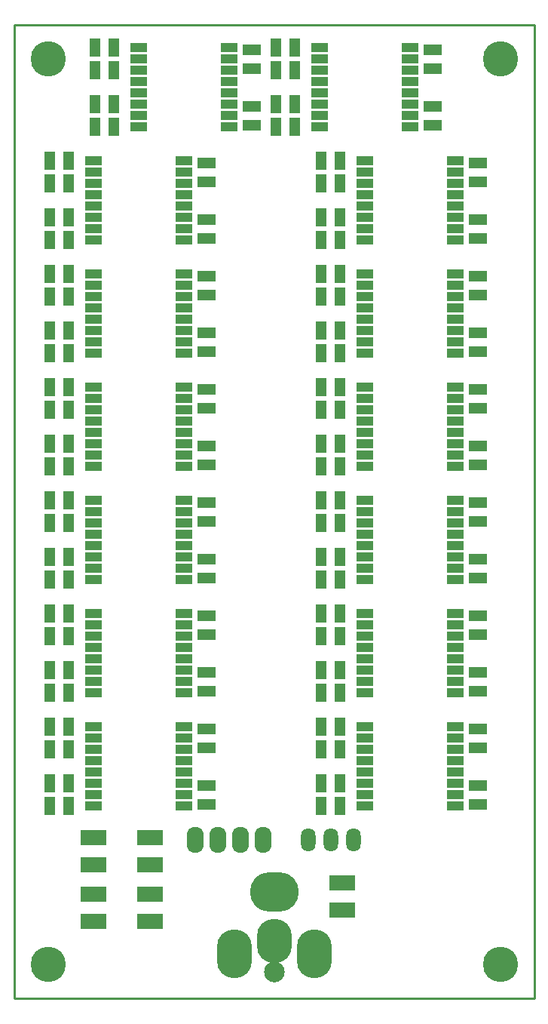
<source format=gbs>
G04 #@! TF.FileFunction,Soldermask,Bot*
%FSLAX46Y46*%
G04 Gerber Fmt 4.6, Leading zero omitted, Abs format (unit mm)*
G04 Created by KiCad (PCBNEW no-vcs-found-product) date Thu 23 Jul 2015 11:14:11 AM EDT*
%MOMM*%
G01*
G04 APERTURE LIST*
%ADD10C,0.100000*%
%ADD11C,0.228600*%
%ADD12R,2.940000X1.670000*%
%ADD13C,2.330400*%
%ADD14O,3.956000X4.972000*%
%ADD15O,5.480000X4.464000*%
%ADD16O,3.956000X5.480000*%
%ADD17O,1.924000X2.940000*%
%ADD18O,1.625600X2.641600*%
%ADD19R,2.000200X1.187400*%
%ADD20R,1.187400X2.000200*%
%ADD21C,3.956000*%
%ADD22R,1.924000X1.035000*%
G04 APERTURE END LIST*
D10*
D11*
X107569000Y-162951160D02*
X107569000Y-53731160D01*
X165989000Y-162951160D02*
X107569000Y-162951160D01*
X165989000Y-53731160D02*
X165989000Y-162951160D01*
X107569000Y-53731160D02*
X165989000Y-53731160D01*
D12*
X116459000Y-154315000D03*
X116459000Y-151267000D03*
X116459000Y-147965000D03*
X116459000Y-144917000D03*
D13*
X136779000Y-159953800D03*
D14*
X136779000Y-156448600D03*
D15*
X136779000Y-150962200D03*
D16*
X141274800Y-157947200D03*
X132283200Y-157947200D03*
D17*
X135509000Y-145171000D03*
X132969000Y-145171000D03*
X130429000Y-145171000D03*
X127889000Y-145171000D03*
D18*
X140589000Y-145171000D03*
X143129000Y-145171000D03*
X145669000Y-145171000D03*
D19*
X159639000Y-134782400D03*
X159639000Y-132699600D03*
D20*
X144170400Y-135011000D03*
X142087600Y-135011000D03*
D19*
X159639000Y-139049600D03*
X159639000Y-141132400D03*
D20*
X142087600Y-132471000D03*
X144170400Y-132471000D03*
D19*
X159639000Y-122082400D03*
X159639000Y-119999600D03*
D20*
X144170400Y-122311000D03*
X142087600Y-122311000D03*
D19*
X159639000Y-126349600D03*
X159639000Y-128432400D03*
D20*
X142087600Y-119771000D03*
X144170400Y-119771000D03*
D19*
X159639000Y-109382400D03*
X159639000Y-107299600D03*
D20*
X144170400Y-109611000D03*
X142087600Y-109611000D03*
D19*
X159639000Y-113649600D03*
X159639000Y-115732400D03*
D20*
X142087600Y-107071000D03*
X144170400Y-107071000D03*
D19*
X159639000Y-96682600D03*
X159639000Y-94599800D03*
D20*
X144170400Y-96911200D03*
X142087600Y-96911200D03*
D19*
X159639000Y-100949600D03*
X159639000Y-103032400D03*
D20*
X142087600Y-94371200D03*
X144170400Y-94371200D03*
D19*
X159639000Y-83982600D03*
X159639000Y-81899800D03*
D20*
X144170400Y-84211200D03*
X142087600Y-84211200D03*
D19*
X159639000Y-88249800D03*
X159639000Y-90332600D03*
D20*
X142087600Y-81671200D03*
X144170400Y-81671200D03*
D19*
X159639000Y-71282600D03*
X159639000Y-69199800D03*
D20*
X144170400Y-71511200D03*
X142087600Y-71511200D03*
D19*
X159639000Y-75549800D03*
X159639000Y-77632600D03*
D20*
X142087600Y-68971200D03*
X144170400Y-68971200D03*
D19*
X154559000Y-58582600D03*
X154559000Y-56499800D03*
D20*
X139090400Y-58811200D03*
X137007600Y-58811200D03*
D19*
X154559000Y-62849800D03*
X154559000Y-64932600D03*
D20*
X137007600Y-56271200D03*
X139090400Y-56271200D03*
D19*
X129159000Y-134782400D03*
X129159000Y-132699600D03*
D20*
X113690400Y-135011000D03*
X111607600Y-135011000D03*
D19*
X129159000Y-139049600D03*
X129159000Y-141132400D03*
D20*
X111607600Y-132471000D03*
X113690400Y-132471000D03*
D19*
X129159000Y-122082400D03*
X129159000Y-119999600D03*
D20*
X113690400Y-122311000D03*
X111607600Y-122311000D03*
D19*
X129159000Y-126349600D03*
X129159000Y-128432400D03*
D20*
X111607600Y-119771000D03*
X113690400Y-119771000D03*
D19*
X129159000Y-109382400D03*
X129159000Y-107299600D03*
D20*
X113690400Y-109611000D03*
X111607600Y-109611000D03*
D19*
X129159000Y-113649600D03*
X129159000Y-115732400D03*
D20*
X111607600Y-107071000D03*
X113690400Y-107071000D03*
D19*
X129159000Y-96682600D03*
X129159000Y-94599800D03*
D20*
X113690400Y-96911200D03*
X111607600Y-96911200D03*
D19*
X129159000Y-100949600D03*
X129159000Y-103032400D03*
D20*
X111607600Y-94371200D03*
X113690400Y-94371200D03*
D19*
X129159000Y-83982600D03*
X129159000Y-81899800D03*
D20*
X113690400Y-84211200D03*
X111607600Y-84211200D03*
D19*
X129159000Y-88249800D03*
X129159000Y-90332600D03*
D20*
X111607600Y-81671200D03*
X113690400Y-81671200D03*
D19*
X129159000Y-71282600D03*
X129159000Y-69199800D03*
D20*
X113690400Y-71511200D03*
X111607600Y-71511200D03*
D19*
X129159000Y-75549800D03*
X129159000Y-77632600D03*
D20*
X111607600Y-68971200D03*
X113690400Y-68971200D03*
D19*
X134239000Y-58582600D03*
X134239000Y-56499800D03*
D20*
X118770400Y-58811200D03*
X116687600Y-58811200D03*
D19*
X134239000Y-62849800D03*
X134239000Y-64932600D03*
D20*
X116687600Y-56271200D03*
X118770400Y-56271200D03*
X142087600Y-141361000D03*
X144170400Y-141361000D03*
X144170400Y-138821000D03*
X142087600Y-138821000D03*
X142087600Y-128661000D03*
X144170400Y-128661000D03*
X144170400Y-126121000D03*
X142087600Y-126121000D03*
X142087600Y-115961000D03*
X144170400Y-115961000D03*
X144170400Y-113421000D03*
X142087600Y-113421000D03*
X142087600Y-103261000D03*
X144170400Y-103261000D03*
X144170400Y-100721000D03*
X142087600Y-100721000D03*
X142087600Y-90561200D03*
X144170400Y-90561200D03*
X144170400Y-88021200D03*
X142087600Y-88021200D03*
X142087600Y-77861200D03*
X144170400Y-77861200D03*
X144170400Y-75321200D03*
X142087600Y-75321200D03*
X137007600Y-65161200D03*
X139090400Y-65161200D03*
X139090400Y-62621200D03*
X137007600Y-62621200D03*
X111607600Y-141361000D03*
X113690400Y-141361000D03*
X113690400Y-138821000D03*
X111607600Y-138821000D03*
X111607600Y-128661000D03*
X113690400Y-128661000D03*
X113690400Y-126121000D03*
X111607600Y-126121000D03*
X111607600Y-115961000D03*
X113690400Y-115961000D03*
X113690400Y-113421000D03*
X111607600Y-113421000D03*
X111607600Y-103261000D03*
X113690400Y-103261000D03*
X113690400Y-100721000D03*
X111607600Y-100721000D03*
X111607600Y-90561200D03*
X113690400Y-90561200D03*
X113690400Y-88021200D03*
X111607600Y-88021200D03*
X111607600Y-77861200D03*
X113690400Y-77861200D03*
X113690400Y-75321200D03*
X111607600Y-75321200D03*
X116687600Y-65161200D03*
X118770400Y-65161200D03*
X118770400Y-62621200D03*
X116687600Y-62621200D03*
D21*
X111379000Y-57541200D03*
X162179000Y-57541200D03*
X111379000Y-159141000D03*
X162179000Y-159141000D03*
D22*
X157099000Y-132471000D03*
X157099000Y-133741000D03*
X157099000Y-135011000D03*
X157099000Y-136281000D03*
X157099000Y-137551000D03*
X157099000Y-138821000D03*
X157099000Y-140091000D03*
X157099000Y-141361000D03*
X146939000Y-141361000D03*
X146939000Y-140091000D03*
X146939000Y-138821000D03*
X146939000Y-137551000D03*
X146939000Y-136281000D03*
X146939000Y-135011000D03*
X146939000Y-133741000D03*
X146939000Y-132471000D03*
X157099000Y-119771000D03*
X157099000Y-121041000D03*
X157099000Y-122311000D03*
X157099000Y-123581000D03*
X157099000Y-124851000D03*
X157099000Y-126121000D03*
X157099000Y-127391000D03*
X157099000Y-128661000D03*
X146939000Y-128661000D03*
X146939000Y-127391000D03*
X146939000Y-126121000D03*
X146939000Y-124851000D03*
X146939000Y-123581000D03*
X146939000Y-122311000D03*
X146939000Y-121041000D03*
X146939000Y-119771000D03*
X157099000Y-107071000D03*
X157099000Y-108341000D03*
X157099000Y-109611000D03*
X157099000Y-110881000D03*
X157099000Y-112151000D03*
X157099000Y-113421000D03*
X157099000Y-114691000D03*
X157099000Y-115961000D03*
X146939000Y-115961000D03*
X146939000Y-114691000D03*
X146939000Y-113421000D03*
X146939000Y-112151000D03*
X146939000Y-110881000D03*
X146939000Y-109611000D03*
X146939000Y-108341000D03*
X146939000Y-107071000D03*
X157099000Y-94371200D03*
X157099000Y-95641200D03*
X157099000Y-96911200D03*
X157099000Y-98181200D03*
X157099000Y-99451200D03*
X157099000Y-100721200D03*
X157099000Y-101991200D03*
X157099000Y-103261200D03*
X146939000Y-103261200D03*
X146939000Y-101991200D03*
X146939000Y-100721200D03*
X146939000Y-99451200D03*
X146939000Y-98181200D03*
X146939000Y-96911200D03*
X146939000Y-95641200D03*
X146939000Y-94371200D03*
X157099000Y-81671200D03*
X157099000Y-82941200D03*
X157099000Y-84211200D03*
X157099000Y-85481200D03*
X157099000Y-86751200D03*
X157099000Y-88021200D03*
X157099000Y-89291200D03*
X157099000Y-90561200D03*
X146939000Y-90561200D03*
X146939000Y-89291200D03*
X146939000Y-88021200D03*
X146939000Y-86751200D03*
X146939000Y-85481200D03*
X146939000Y-84211200D03*
X146939000Y-82941200D03*
X146939000Y-81671200D03*
X157099000Y-68971200D03*
X157099000Y-70241200D03*
X157099000Y-71511200D03*
X157099000Y-72781200D03*
X157099000Y-74051200D03*
X157099000Y-75321200D03*
X157099000Y-76591200D03*
X157099000Y-77861200D03*
X146939000Y-77861200D03*
X146939000Y-76591200D03*
X146939000Y-75321200D03*
X146939000Y-74051200D03*
X146939000Y-72781200D03*
X146939000Y-71511200D03*
X146939000Y-70241200D03*
X146939000Y-68971200D03*
X152019000Y-56271200D03*
X152019000Y-57541200D03*
X152019000Y-58811200D03*
X152019000Y-60081200D03*
X152019000Y-61351200D03*
X152019000Y-62621200D03*
X152019000Y-63891200D03*
X152019000Y-65161200D03*
X141859000Y-65161200D03*
X141859000Y-63891200D03*
X141859000Y-62621200D03*
X141859000Y-61351200D03*
X141859000Y-60081200D03*
X141859000Y-58811200D03*
X141859000Y-57541200D03*
X141859000Y-56271200D03*
X126619000Y-132471000D03*
X126619000Y-133741000D03*
X126619000Y-135011000D03*
X126619000Y-136281000D03*
X126619000Y-137551000D03*
X126619000Y-138821000D03*
X126619000Y-140091000D03*
X126619000Y-141361000D03*
X116459000Y-141361000D03*
X116459000Y-140091000D03*
X116459000Y-138821000D03*
X116459000Y-137551000D03*
X116459000Y-136281000D03*
X116459000Y-135011000D03*
X116459000Y-133741000D03*
X116459000Y-132471000D03*
X126619000Y-119771000D03*
X126619000Y-121041000D03*
X126619000Y-122311000D03*
X126619000Y-123581000D03*
X126619000Y-124851000D03*
X126619000Y-126121000D03*
X126619000Y-127391000D03*
X126619000Y-128661000D03*
X116459000Y-128661000D03*
X116459000Y-127391000D03*
X116459000Y-126121000D03*
X116459000Y-124851000D03*
X116459000Y-123581000D03*
X116459000Y-122311000D03*
X116459000Y-121041000D03*
X116459000Y-119771000D03*
X126619000Y-107071000D03*
X126619000Y-108341000D03*
X126619000Y-109611000D03*
X126619000Y-110881000D03*
X126619000Y-112151000D03*
X126619000Y-113421000D03*
X126619000Y-114691000D03*
X126619000Y-115961000D03*
X116459000Y-115961000D03*
X116459000Y-114691000D03*
X116459000Y-113421000D03*
X116459000Y-112151000D03*
X116459000Y-110881000D03*
X116459000Y-109611000D03*
X116459000Y-108341000D03*
X116459000Y-107071000D03*
X126619000Y-94371200D03*
X126619000Y-95641200D03*
X126619000Y-96911200D03*
X126619000Y-98181200D03*
X126619000Y-99451200D03*
X126619000Y-100721200D03*
X126619000Y-101991200D03*
X126619000Y-103261200D03*
X116459000Y-103261200D03*
X116459000Y-101991200D03*
X116459000Y-100721200D03*
X116459000Y-99451200D03*
X116459000Y-98181200D03*
X116459000Y-96911200D03*
X116459000Y-95641200D03*
X116459000Y-94371200D03*
X126619000Y-81671200D03*
X126619000Y-82941200D03*
X126619000Y-84211200D03*
X126619000Y-85481200D03*
X126619000Y-86751200D03*
X126619000Y-88021200D03*
X126619000Y-89291200D03*
X126619000Y-90561200D03*
X116459000Y-90561200D03*
X116459000Y-89291200D03*
X116459000Y-88021200D03*
X116459000Y-86751200D03*
X116459000Y-85481200D03*
X116459000Y-84211200D03*
X116459000Y-82941200D03*
X116459000Y-81671200D03*
X126619000Y-68971200D03*
X126619000Y-70241200D03*
X126619000Y-71511200D03*
X126619000Y-72781200D03*
X126619000Y-74051200D03*
X126619000Y-75321200D03*
X126619000Y-76591200D03*
X126619000Y-77861200D03*
X116459000Y-77861200D03*
X116459000Y-76591200D03*
X116459000Y-75321200D03*
X116459000Y-74051200D03*
X116459000Y-72781200D03*
X116459000Y-71511200D03*
X116459000Y-70241200D03*
X116459000Y-68971200D03*
X131699000Y-56271200D03*
X131699000Y-57541200D03*
X131699000Y-58811200D03*
X131699000Y-60081200D03*
X131699000Y-61351200D03*
X131699000Y-62621200D03*
X131699000Y-63891200D03*
X131699000Y-65161200D03*
X121539000Y-65161200D03*
X121539000Y-63891200D03*
X121539000Y-62621200D03*
X121539000Y-61351200D03*
X121539000Y-60081200D03*
X121539000Y-58811200D03*
X121539000Y-57541200D03*
X121539000Y-56271200D03*
D12*
X122809000Y-147965000D03*
X122809000Y-144917000D03*
X122809000Y-154315000D03*
X122809000Y-151267000D03*
X144399000Y-149997000D03*
X144399000Y-153045000D03*
M02*

</source>
